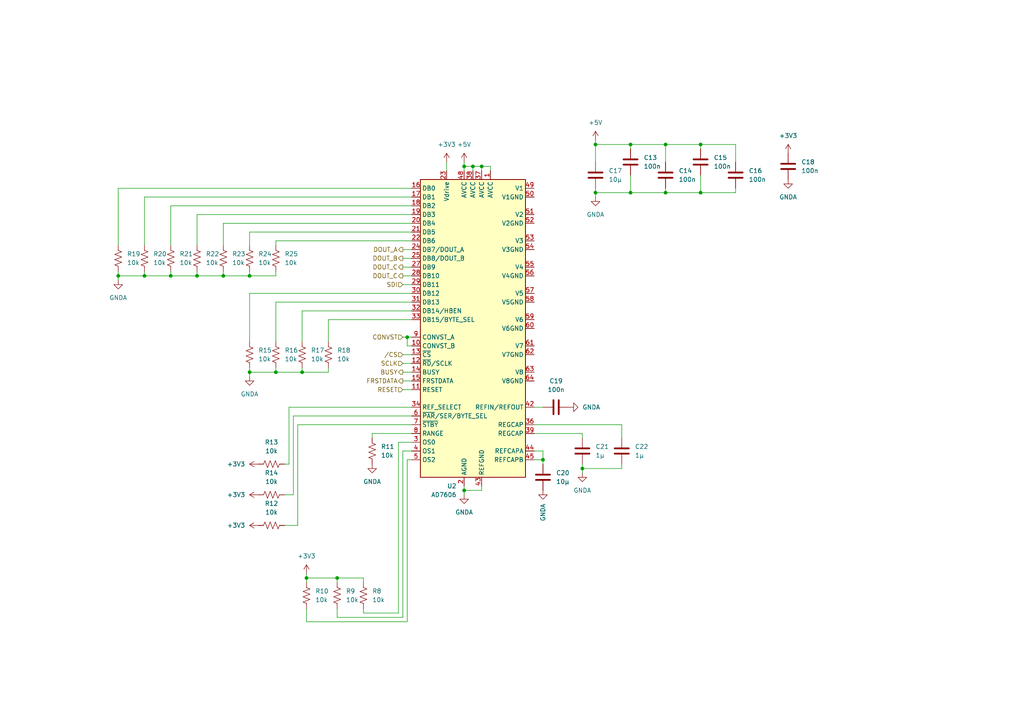
<source format=kicad_sch>
(kicad_sch (version 20230121) (generator eeschema)
  (paper "A4")
  (lib_symbols
    (symbol "Analog_ADC:AD7606"
      (property "Reference" "U" (at -15.24 44.45 0))
      (property "Value" "AD7606" (at 8.89 44.45 0))
      (symbol "AD7606_1_1"
        (rectangle (start -15.24 43.18) (end 15.24 -43.18) (stroke (width 0.254)) (fill (type background)))
        (pin power_in line (at -5.08 45.72 270) (length 2.54) (name "AVCC") (number "1"))
        (pin input line (at 17.78 -5.08 180) (length 2.54) (name "CONVST_B") (number "10"))
        (pin input line (at 17.78 -17.78 180) (length 2.54) (name "RESET") (number "11"))
        (pin input line (at 17.78 -10.16 180) (length 2.54) (name "~{RD}/SCLK") (number "12"))
        (pin input line (at 17.78 -7.62 180) (length 2.54) (name "~{CS}") (number "13"))
        (pin output line (at 17.78 -12.7 180) (length 2.54) (name "BUSY") (number "14"))
        (pin output line (at 17.78 -15.24 180) (length 2.54) (name "FRSTDATA") (number "15"))
        (pin output line (at 17.78 40.64 180) (length 2.54) (name "DB0") (number "16"))
        (pin output line (at 17.78 38.1 180) (length 2.54) (name "DB1") (number "17"))
        (pin output line (at 17.78 35.56 180) (length 2.54) (name "DB2") (number "18"))
        (pin output line (at 17.78 33.02 180) (length 2.54) (name "DB3") (number "19"))
        (pin power_in line (at 2.54 -45.72 90) (length 2.54) (name "AGND") (number "2"))
        (pin output line (at 17.78 30.48 180) (length 2.54) (name "DB4") (number "20"))
        (pin output line (at 17.78 27.94 180) (length 2.54) (name "DB5") (number "21"))
        (pin output line (at 17.78 25.4 180) (length 2.54) (name "DB6") (number "22"))
        (pin power_in line (at 7.62 45.72 270) (length 2.54) (name "Vdrive") (number "23"))
        (pin output line (at 17.78 22.86 180) (length 2.54) (name "DB7/DOUT_A") (number "24"))
        (pin output line (at 17.78 20.32 180) (length 2.54) (name "DB8/DOUT_B") (number "25"))
        (pin passive line (at 2.54 -45.72 90) (length 2.54) hide (name "AGND") (number "26"))
        (pin output line (at 17.78 17.78 180) (length 2.54) (name "DB9") (number "27"))
        (pin output line (at 17.78 15.24 180) (length 2.54) (name "DB10") (number "28"))
        (pin output line (at 17.78 12.7 180) (length 2.54) (name "DB11") (number "29"))
        (pin input line (at 17.78 -33.02 180) (length 2.54) (name "OS0") (number "3"))
        (pin output line (at 17.78 10.16 180) (length 2.54) (name "DB12") (number "30"))
        (pin output line (at 17.78 7.62 180) (length 2.54) (name "DB13") (number "31"))
        (pin bidirectional line (at 17.78 5.08 180) (length 2.54) (name "DB14/HBEN") (number "32"))
        (pin bidirectional line (at 17.78 2.54 180) (length 2.54) (name "DB15/BYTE_SEL") (number "33"))
        (pin input line (at 17.78 -22.86 180) (length 2.54) (name "REF_SELECT") (number "34"))
        (pin passive line (at 2.54 -45.72 90) (length 2.54) hide (name "AGND") (number "35"))
        (pin passive line (at -17.78 -27.94 0) (length 2.54) (name "REGCAP") (number "36"))
        (pin power_in line (at -2.54 45.72 270) (length 2.54) (name "AVCC") (number "37"))
        (pin power_in line (at 0 45.72 270) (length 2.54) (name "AVCC") (number "38"))
        (pin passive line (at -17.78 -30.48 0) (length 2.54) (name "REGCAP") (number "39"))
        (pin input line (at 17.78 -35.56 180) (length 2.54) (name "OS1") (number "4"))
        (pin passive line (at 2.54 -45.72 90) (length 2.54) hide (name "AGND") (number "40"))
        (pin passive line (at 2.54 -45.72 90) (length 2.54) hide (name "AGND") (number "41"))
        (pin passive line (at -17.78 -22.86 0) (length 2.54) (name "REFIN/REFOUT") (number "42"))
        (pin power_in line (at -2.54 -45.72 90) (length 2.54) (name "REFGND") (number "43"))
        (pin passive line (at -17.78 -35.56 0) (length 2.54) (name "REFCAPA") (number "44"))
        (pin passive line (at -17.78 -38.1 0) (length 2.54) (name "REFCAPB") (number "45"))
        (pin passive line (at -2.54 -45.72 90) (length 2.54) hide (name "REFGND") (number "46"))
        (pin passive line (at 2.54 -45.72 90) (length 2.54) hide (name "AGND") (number "47"))
        (pin power_in line (at 2.54 45.72 270) (length 2.54) (name "AVCC") (number "48"))
        (pin input line (at -17.78 40.64 0) (length 2.54) (name "V1") (number "49"))
        (pin input line (at 17.78 -38.1 180) (length 2.54) (name "OS2") (number "5"))
        (pin input line (at -17.78 38.1 0) (length 2.54) (name "V1GND") (number "50"))
        (pin input line (at -17.78 33.02 0) (length 2.54) (name "V2") (number "51"))
        (pin input line (at -17.78 30.48 0) (length 2.54) (name "V2GND") (number "52"))
        (pin input line (at -17.78 25.4 0) (length 2.54) (name "V3") (number "53"))
        (pin input line (at -17.78 22.86 0) (length 2.54) (name "V3GND") (number "54"))
        (pin input line (at -17.78 17.78 0) (length 2.54) (name "V4") (number "55"))
        (pin input line (at -17.78 15.24 0) (length 2.54) (name "V4GND") (number "56"))
        (pin input line (at -17.78 10.16 0) (length 2.54) (name "V5") (number "57"))
        (pin input line (at -17.78 7.62 0) (length 2.54) (name "V5GND") (number "58"))
        (pin input line (at -17.78 2.54 0) (length 2.54) (name "V6") (number "59"))
        (pin input line (at 17.78 -25.4 180) (length 2.54) (name "~{PAR}/SER/BYTE_SEL") (number "6"))
        (pin input line (at -17.78 0 0) (length 2.54) (name "V6GND") (number "60"))
        (pin input line (at -17.78 -5.08 0) (length 2.54) (name "V7") (number "61"))
        (pin input line (at -17.78 -7.62 0) (length 2.54) (name "V7GND") (number "62"))
        (pin input line (at -17.78 -12.7 0) (length 2.54) (name "V8") (number "63"))
        (pin input line (at -17.78 -15.24 0) (length 2.54) (name "V8GND") (number "64"))
        (pin input line (at 17.78 -27.94 180) (length 2.54) (name "~{STBY}") (number "7"))
        (pin input line (at 17.78 -30.48 180) (length 2.54) (name "RANGE") (number "8"))
        (pin input line (at 17.78 -2.54 180) (length 2.54) (name "CONVST_A") (number "9"))
      )
    )
    (symbol "Device:C" (pin_numbers hide) (pin_names (offset 0.254))
      (property "Reference" "C" (at 0.635 2.54 0))
      (property "Value" "C" (at 0.635 -2.54 0))
      (symbol "C_0_1"
        (polyline (pts (xy -2.032 -0.762) (xy 2.032 -0.762)) (stroke (width 0.508)))
        (polyline (pts (xy -2.032 0.762) (xy 2.032 0.762)) (stroke (width 0.508)))
      )
      (symbol "C_1_1"
        (pin passive line (at 0 3.81 270) (length 2.794) (name "~") (number "1"))
        (pin passive line (at 0 -3.81 90) (length 2.794) (name "~") (number "2"))
      )
    )
    (symbol "Device:R_US" (pin_numbers hide) (pin_names (offset 0))
      (property "Reference" "R" (at 2.54 0 90))
      (property "Value" "R_US" (at -2.54 0 90))
      (symbol "R_US_0_1"
        (polyline (pts (xy 0 -2.286) (xy 0 -2.54)))
        (polyline (pts (xy 0 2.286) (xy 0 2.54)))
        (polyline (pts (xy 0 -0.762) (xy 1.016 -1.143) (xy 0 -1.524) (xy -1.016 -1.905) (xy 0 -2.286)))
        (polyline (pts (xy 0 0.762) (xy 1.016 0.381) (xy 0 0) (xy -1.016 -0.381) (xy 0 -0.762)))
        (polyline (pts (xy 0 2.286) (xy 1.016 1.905) (xy 0 1.524) (xy -1.016 1.143) (xy 0 0.762)))
      )
      (symbol "R_US_1_1"
        (pin passive line (at 0 3.81 270) (length 1.27) (name "~") (number "1"))
        (pin passive line (at 0 -3.81 90) (length 1.27) (name "~") (number "2"))
      )
    )
    (symbol "power:+3V3" (power) (pin_names (offset 0))
      (property "Value" "+3V3" (at 0 3.556 0))
      (symbol "+3V3_0_1"
        (polyline (pts (xy -0.762 1.27) (xy 0 2.54)))
        (polyline (pts (xy 0 0) (xy 0 2.54)))
        (polyline (pts (xy 0 2.54) (xy 0.762 1.27)))
      )
      (symbol "+3V3_1_1"
        (pin power_in line (at 0 0 90) (length 0) hide (name "+3V3") (number "1"))
      )
    )
    (symbol "power:+5V" (power) (pin_names (offset 0))
      (property "Value" "+5V" (at 0 3.556 0))
      (symbol "+5V_0_1"
        (polyline (pts (xy -0.762 1.27) (xy 0 2.54)))
        (polyline (pts (xy 0 0) (xy 0 2.54)))
        (polyline (pts (xy 0 2.54) (xy 0.762 1.27)))
      )
      (symbol "+5V_1_1"
        (pin power_in line (at 0 0 90) (length 0) hide (name "+5V") (number "1"))
      )
    )
    (symbol "power:GNDA" (power) (pin_names (offset 0))
      (property "Value" "GNDA" (at 0 -3.81 0))
      (symbol "GNDA_0_1"
        (polyline (pts (xy 0 0) (xy 0 -1.27) (xy 1.27 -1.27) (xy 0 -2.54) (xy -1.27 -1.27) (xy 0 -1.27)))
      )
      (symbol "GNDA_1_1"
        (pin power_in line (at 0 0 270) (length 0) hide (name "GNDA") (number "1"))
      )
    )
  )
  (junction (at 72.39 80.01))
  (junction (at 182.88 41.91))
  (junction (at 172.72 41.91))
  (junction (at 118.11 97.79))
  (junction (at 182.88 55.88))
  (junction (at 88.9 167.64))
  (junction (at 203.2 41.91))
  (junction (at 64.77 80.01))
  (junction (at 57.15 80.01))
  (junction (at 97.79 167.64))
  (junction (at 34.29 80.01))
  (junction (at 137.16 48.26))
  (junction (at 134.62 48.26))
  (junction (at 193.04 55.88))
  (junction (at 193.04 41.91))
  (junction (at 139.7 48.26))
  (junction (at 203.2 55.88))
  (junction (at 72.39 107.95))
  (junction (at 49.53 80.01))
  (junction (at 168.91 135.89))
  (junction (at 80.01 107.95))
  (junction (at 134.62 142.24))
  (junction (at 41.91 80.01))
  (junction (at 157.48 133.35))
  (junction (at 172.72 55.88))
  (junction (at 87.63 107.95))
  (wire (pts (xy 172.72 55.88) (xy 182.88 55.88)))
  (wire (pts (xy 49.53 71.12) (xy 49.53 59.69)))
  (wire (pts (xy 119.38 57.15) (xy 41.91 57.15)))
  (wire (pts (xy 72.39 85.09) (xy 72.39 99.06)))
  (wire (pts (xy 87.63 90.17) (xy 87.63 99.06)))
  (wire (pts (xy 80.01 69.85) (xy 119.38 69.85)))
  (wire (pts (xy 180.34 123.19) (xy 154.94 123.19)))
  (wire (pts (xy 172.72 55.88) (xy 172.72 57.15)))
  (wire (pts (xy 213.36 46.99) (xy 213.36 41.91)))
  (wire (pts (xy 72.39 80.01) (xy 64.77 80.01)))
  (wire (pts (xy 193.04 54.61) (xy 193.04 55.88)))
  (wire (pts (xy 168.91 127) (xy 168.91 125.73)))
  (wire (pts (xy 80.01 107.95) (xy 87.63 107.95)))
  (wire (pts (xy 88.9 180.34) (xy 88.9 176.53)))
  (wire (pts (xy 72.39 78.74) (xy 72.39 80.01)))
  (wire (pts (xy 95.25 107.95) (xy 95.25 106.68)))
  (wire (pts (xy 172.72 54.61) (xy 172.72 55.88)))
  (wire (pts (xy 80.01 78.74) (xy 80.01 80.01)))
  (wire (pts (xy 80.01 80.01) (xy 72.39 80.01)))
  (wire (pts (xy 116.84 179.07) (xy 97.79 179.07)))
  (wire (pts (xy 115.57 128.27) (xy 115.57 177.8)))
  (wire (pts (xy 172.72 40.64) (xy 172.72 41.91)))
  (wire (pts (xy 116.84 130.81) (xy 116.84 179.07)))
  (wire (pts (xy 34.29 78.74) (xy 34.29 80.01)))
  (wire (pts (xy 72.39 107.95) (xy 80.01 107.95)))
  (wire (pts (xy 182.88 41.91) (xy 193.04 41.91)))
  (wire (pts (xy 182.88 41.91) (xy 182.88 43.18)))
  (wire (pts (xy 119.38 90.17) (xy 87.63 90.17)))
  (wire (pts (xy 203.2 50.8) (xy 203.2 55.88)))
  (wire (pts (xy 72.39 109.22) (xy 72.39 107.95)))
  (wire (pts (xy 119.38 128.27) (xy 115.57 128.27)))
  (wire (pts (xy 34.29 71.12) (xy 34.29 54.61)))
  (wire (pts (xy 119.38 85.09) (xy 72.39 85.09)))
  (wire (pts (xy 157.48 134.62) (xy 157.48 133.35)))
  (wire (pts (xy 107.95 125.73) (xy 119.38 125.73)))
  (wire (pts (xy 172.72 41.91) (xy 182.88 41.91)))
  (wire (pts (xy 72.39 67.31) (xy 72.39 71.12)))
  (wire (pts (xy 97.79 167.64) (xy 88.9 167.64)))
  (wire (pts (xy 116.84 97.79) (xy 118.11 97.79)))
  (wire (pts (xy 139.7 48.26) (xy 137.16 48.26)))
  (wire (pts (xy 182.88 50.8) (xy 182.88 55.88)))
  (wire (pts (xy 157.48 118.11) (xy 154.94 118.11)))
  (wire (pts (xy 80.01 87.63) (xy 119.38 87.63)))
  (wire (pts (xy 34.29 80.01) (xy 41.91 80.01)))
  (wire (pts (xy 118.11 97.79) (xy 119.38 97.79)))
  (wire (pts (xy 168.91 135.89) (xy 168.91 134.62)))
  (wire (pts (xy 119.38 62.23) (xy 57.15 62.23)))
  (wire (pts (xy 134.62 48.26) (xy 134.62 49.53)))
  (wire (pts (xy 86.36 123.19) (xy 119.38 123.19)))
  (wire (pts (xy 134.62 140.97) (xy 134.62 142.24)))
  (wire (pts (xy 116.84 74.93) (xy 119.38 74.93)))
  (wire (pts (xy 80.01 106.68) (xy 80.01 107.95)))
  (wire (pts (xy 116.84 80.01) (xy 119.38 80.01)))
  (wire (pts (xy 105.41 167.64) (xy 97.79 167.64)))
  (wire (pts (xy 119.38 133.35) (xy 118.11 133.35)))
  (wire (pts (xy 87.63 107.95) (xy 95.25 107.95)))
  (wire (pts (xy 116.84 77.47) (xy 119.38 77.47)))
  (wire (pts (xy 129.54 46.99) (xy 129.54 49.53)))
  (wire (pts (xy 88.9 166.37) (xy 88.9 167.64)))
  (wire (pts (xy 116.84 105.41) (xy 119.38 105.41)))
  (wire (pts (xy 72.39 106.68) (xy 72.39 107.95)))
  (wire (pts (xy 157.48 130.81) (xy 157.48 133.35)))
  (wire (pts (xy 49.53 59.69) (xy 119.38 59.69)))
  (wire (pts (xy 105.41 177.8) (xy 105.41 176.53)))
  (wire (pts (xy 107.95 125.73) (xy 107.95 127)))
  (wire (pts (xy 203.2 41.91) (xy 213.36 41.91)))
  (wire (pts (xy 142.24 48.26) (xy 139.7 48.26)))
  (wire (pts (xy 116.84 113.03) (xy 119.38 113.03)))
  (wire (pts (xy 97.79 167.64) (xy 97.79 168.91)))
  (wire (pts (xy 83.82 134.62) (xy 83.82 118.11)))
  (wire (pts (xy 172.72 41.91) (xy 172.72 46.99)))
  (wire (pts (xy 154.94 130.81) (xy 157.48 130.81)))
  (wire (pts (xy 64.77 80.01) (xy 57.15 80.01)))
  (wire (pts (xy 64.77 64.77) (xy 119.38 64.77)))
  (wire (pts (xy 213.36 54.61) (xy 213.36 55.88)))
  (wire (pts (xy 64.77 71.12) (xy 64.77 64.77)))
  (wire (pts (xy 41.91 78.74) (xy 41.91 80.01)))
  (wire (pts (xy 85.09 120.65) (xy 119.38 120.65)))
  (wire (pts (xy 154.94 125.73) (xy 168.91 125.73)))
  (wire (pts (xy 116.84 82.55) (xy 119.38 82.55)))
  (wire (pts (xy 82.55 143.51) (xy 85.09 143.51)))
  (wire (pts (xy 80.01 99.06) (xy 80.01 87.63)))
  (wire (pts (xy 41.91 57.15) (xy 41.91 71.12)))
  (wire (pts (xy 182.88 55.88) (xy 193.04 55.88)))
  (wire (pts (xy 134.62 46.99) (xy 134.62 48.26)))
  (wire (pts (xy 137.16 48.26) (xy 137.16 49.53)))
  (wire (pts (xy 64.77 78.74) (xy 64.77 80.01)))
  (wire (pts (xy 203.2 41.91) (xy 203.2 43.18)))
  (wire (pts (xy 83.82 118.11) (xy 119.38 118.11)))
  (wire (pts (xy 193.04 55.88) (xy 203.2 55.88)))
  (wire (pts (xy 119.38 130.81) (xy 116.84 130.81)))
  (wire (pts (xy 203.2 55.88) (xy 213.36 55.88)))
  (wire (pts (xy 105.41 168.91) (xy 105.41 167.64)))
  (wire (pts (xy 180.34 127) (xy 180.34 123.19)))
  (wire (pts (xy 34.29 54.61) (xy 119.38 54.61)))
  (wire (pts (xy 34.29 81.28) (xy 34.29 80.01)))
  (wire (pts (xy 95.25 92.71) (xy 119.38 92.71)))
  (wire (pts (xy 180.34 134.62) (xy 180.34 135.89)))
  (wire (pts (xy 88.9 167.64) (xy 88.9 168.91)))
  (wire (pts (xy 116.84 102.87) (xy 119.38 102.87)))
  (wire (pts (xy 41.91 80.01) (xy 49.53 80.01)))
  (wire (pts (xy 119.38 67.31) (xy 72.39 67.31)))
  (wire (pts (xy 85.09 143.51) (xy 85.09 120.65)))
  (wire (pts (xy 49.53 80.01) (xy 57.15 80.01)))
  (wire (pts (xy 134.62 142.24) (xy 134.62 143.51)))
  (wire (pts (xy 193.04 41.91) (xy 193.04 46.99)))
  (wire (pts (xy 119.38 100.33) (xy 118.11 100.33)))
  (wire (pts (xy 57.15 62.23) (xy 57.15 71.12)))
  (wire (pts (xy 49.53 78.74) (xy 49.53 80.01)))
  (wire (pts (xy 139.7 48.26) (xy 139.7 49.53)))
  (wire (pts (xy 83.82 134.62) (xy 82.55 134.62)))
  (wire (pts (xy 115.57 177.8) (xy 105.41 177.8)))
  (wire (pts (xy 87.63 106.68) (xy 87.63 107.95)))
  (wire (pts (xy 134.62 142.24) (xy 139.7 142.24)))
  (wire (pts (xy 157.48 133.35) (xy 154.94 133.35)))
  (wire (pts (xy 116.84 72.39) (xy 119.38 72.39)))
  (wire (pts (xy 116.84 107.95) (xy 119.38 107.95)))
  (wire (pts (xy 139.7 140.97) (xy 139.7 142.24)))
  (wire (pts (xy 137.16 48.26) (xy 134.62 48.26)))
  (wire (pts (xy 97.79 179.07) (xy 97.79 176.53)))
  (wire (pts (xy 116.84 110.49) (xy 119.38 110.49)))
  (wire (pts (xy 118.11 133.35) (xy 118.11 180.34)))
  (wire (pts (xy 180.34 135.89) (xy 168.91 135.89)))
  (wire (pts (xy 57.15 80.01) (xy 57.15 78.74)))
  (wire (pts (xy 82.55 152.4) (xy 86.36 152.4)))
  (wire (pts (xy 118.11 100.33) (xy 118.11 97.79)))
  (wire (pts (xy 86.36 152.4) (xy 86.36 123.19)))
  (wire (pts (xy 95.25 99.06) (xy 95.25 92.71)))
  (wire (pts (xy 118.11 180.34) (xy 88.9 180.34)))
  (wire (pts (xy 80.01 71.12) (xy 80.01 69.85)))
  (wire (pts (xy 193.04 41.91) (xy 203.2 41.91)))
  (wire (pts (xy 142.24 49.53) (xy 142.24 48.26)))
  (wire (pts (xy 168.91 137.16) (xy 168.91 135.89)))
  (hierarchical_label "DOUT_C" (shape output) (at 116.84 77.47 180))
  (hierarchical_label "DOUT_B" (shape output) (at 116.84 74.93 180))
  (hierarchical_label "CONVST" (shape input) (at 116.84 97.79 180))
  (hierarchical_label "RESET" (shape input) (at 116.84 113.03 180))
  (hierarchical_label "DOUT_C" (shape output) (at 116.84 80.01 180))
  (hierarchical_label "{slash}CS" (shape input) (at 116.84 102.87 180))
  (hierarchical_label "SDI" (shape input) (at 116.84 82.55 180))
  (hierarchical_label "DOUT_A" (shape output) (at 116.84 72.39 180))
  (hierarchical_label "FRSTDATA" (shape output) (at 116.84 110.49 180))
  (hierarchical_label "BUSY" (shape output) (at 116.84 107.95 180))
  (hierarchical_label "SCLK" (shape input) (at 116.84 105.41 180))
  (symbol (lib_id "Device:R_US") (at 105.41 172.72 0) (unit 1)
    (property "Reference" "R8" (at 107.95 171.45 0) (effects (justify left)))
    (property "Value" "10k" (at 107.95 173.99 0) (effects (justify left)))
    (property "Footprint" "Resistor_SMD:R_0603_1608Metric" (effects hide))
  )
  (symbol (lib_id "Device:R_US") (at 80.01 102.87 180) (unit 1)
    (property "Reference" "R16" (at 82.55 101.6 0) (effects (justify right)))
    (property "Value" "10k" (at 82.55 104.14 0) (effects (justify right)))
    (property "Footprint" "Resistor_SMD:R_0603_1608Metric" (effects hide))
  )
  (symbol (lib_id "Device:R_US") (at 78.74 152.4 270) (unit 1)
    (property "Reference" "R12" (at 78.74 146.05 90))
    (property "Value" "10k" (at 78.74 148.59 90))
    (property "Footprint" "Resistor_SMD:R_0603_1608Metric" (effects hide))
  )
  (symbol (lib_id "Device:C") (at 203.2 46.99 0) (unit 1)
    (property "Reference" "C15" (at 207.01 45.72 0) (effects (justify left)))
    (property "Value" "100n" (at 207.01 48.26 0) (effects (justify left)))
    (property "Footprint" "Capacitor_SMD:C_0603_1608Metric" (effects hide))
  )
  (symbol (lib_id "Device:R_US") (at 41.91 74.93 180) (unit 1)
    (property "Reference" "R20" (at 44.45 73.66 0) (effects (justify right)))
    (property "Value" "10k" (at 44.45 76.2 0) (effects (justify right)))
    (property "Footprint" "Resistor_SMD:R_0603_1608Metric" (effects hide))
  )
  (symbol (lib_id "Device:R_US") (at 72.39 74.93 180) (unit 1)
    (property "Reference" "R24" (at 74.93 73.66 0) (effects (justify right)))
    (property "Value" "10k" (at 74.93 76.2 0) (effects (justify right)))
    (property "Footprint" "Resistor_SMD:R_0603_1608Metric" (effects hide))
  )
  (symbol (lib_id "Device:R_US") (at 34.29 74.93 180) (unit 1)
    (property "Reference" "R19" (at 36.83 73.66 0) (effects (justify right)))
    (property "Value" "10k" (at 36.83 76.2 0) (effects (justify right)))
    (property "Footprint" "Resistor_SMD:R_0603_1608Metric" (effects hide))
  )
  (symbol (lib_id "Device:R_US") (at 72.39 102.87 180) (unit 1)
    (property "Reference" "R15" (at 74.93 101.6 0) (effects (justify right)))
    (property "Value" "10k" (at 74.93 104.14 0) (effects (justify right)))
    (property "Footprint" "Resistor_SMD:R_0603_1608Metric" (effects hide))
  )
  (symbol (lib_id "Device:C") (at 157.48 138.43 180) (unit 1)
    (property "Reference" "C20" (at 161.29 137.16 0) (effects (justify right)))
    (property "Value" "10μ" (at 161.29 139.7 0) (effects (justify right)))
    (property "Footprint" "Capacitor_SMD:C_0603_1608Metric" (effects hide))
  )
  (symbol (lib_id "power:GNDA") (at 34.29 81.28 0) (unit 1)
    (property "Reference" "#PWR035" (effects hide))
    (property "Value" "GNDA" (at 34.29 86.36 0))
  )
  (symbol (lib_id "Analog_ADC:AD7606") (at 137.16 95.25 0) (mirror y) (unit 1)
    (property "Reference" "U2" (at 132.4259 140.97 0) (effects (justify left)))
    (property "Value" "AD7606" (at 132.4259 143.51 0) (effects (justify left)))
    (property "Footprint" "Package_QFP:LQFP-64_10x10mm_P0.5mm" (effects hide))
    (property "Datasheet" "https://www.analog.com/media/en/technical-documentation/data-sheets/ad7606_7606-6_7606-4.pdf" (effects hide))
  )
  (symbol (lib_id "Device:C") (at 161.29 118.11 90) (unit 1)
    (property "Reference" "C19" (at 161.29 110.49 90))
    (property "Value" "100n" (at 161.29 113.03 90))
    (property "Footprint" "Capacitor_SMD:C_0603_1608Metric" (effects hide))
  )
  (symbol (lib_id "Device:C") (at 228.6 48.26 0) (unit 1)
    (property "Reference" "C18" (at 232.41 46.99 0) (effects (justify left)))
    (property "Value" "100n" (at 232.41 49.53 0) (effects (justify left)))
    (property "Footprint" "Capacitor_SMD:C_0603_1608Metric" (effects hide))
  )
  (symbol (lib_id "Device:R_US") (at 95.25 102.87 180) (unit 1)
    (property "Reference" "R18" (at 97.79 101.6 0) (effects (justify right)))
    (property "Value" "10k" (at 97.79 104.14 0) (effects (justify right)))
    (property "Footprint" "Resistor_SMD:R_0603_1608Metric" (effects hide))
  )
  (symbol (lib_id "power:+5V") (at 172.72 40.64 0) (unit 1)
    (property "Reference" "#PWR019" (effects hide))
    (property "Value" "+5V" (at 172.72 35.56 0))
  )
  (symbol (lib_id "power:GNDA") (at 157.48 142.24 0) (unit 1)
    (property "Reference" "#PWR022" (effects hide))
    (property "Value" "GNDA" (at 157.48 146.05 90) (effects (justify right)))
  )
  (symbol (lib_id "Device:R_US") (at 78.74 134.62 270) (unit 1)
    (property "Reference" "R13" (at 78.74 128.27 90))
    (property "Value" "10k" (at 78.74 130.81 90))
    (property "Footprint" "Resistor_SMD:R_0603_1608Metric" (effects hide))
  )
  (symbol (lib_id "power:+3V3") (at 74.93 143.51 90) (unit 1)
    (property "Reference" "#PWR033" (effects hide))
    (property "Value" "+3V3" (at 71.12 143.51 90) (effects (justify left)))
  )
  (symbol (lib_id "power:GNDA") (at 107.95 134.62 0) (unit 1)
    (property "Reference" "#PWR030" (effects hide))
    (property "Value" "GNDA" (at 107.95 139.7 0))
  )
  (symbol (lib_id "Device:C") (at 182.88 46.99 0) (unit 1)
    (property "Reference" "C13" (at 186.69 45.72 0) (effects (justify left)))
    (property "Value" "100n" (at 186.69 48.26 0) (effects (justify left)))
    (property "Footprint" "Capacitor_SMD:C_0603_1608Metric" (effects hide))
  )
  (symbol (lib_id "power:+3V3") (at 74.93 152.4 90) (unit 1)
    (property "Reference" "#PWR031" (effects hide))
    (property "Value" "+3V3" (at 71.12 152.4 90) (effects (justify left)))
  )
  (symbol (lib_id "Device:C") (at 168.91 130.81 180) (unit 1)
    (property "Reference" "C21" (at 172.72 129.54 0) (effects (justify right)))
    (property "Value" "1μ" (at 172.72 132.08 0) (effects (justify right)))
    (property "Footprint" "Capacitor_SMD:C_0603_1608Metric" (effects hide))
  )
  (symbol (lib_id "Device:R_US") (at 107.95 130.81 180) (unit 1)
    (property "Reference" "R11" (at 110.49 129.54 0) (effects (justify right)))
    (property "Value" "10k" (at 110.49 132.08 0) (effects (justify right)))
    (property "Footprint" "Resistor_SMD:R_0603_1608Metric" (effects hide))
  )
  (symbol (lib_id "power:GNDA") (at 168.91 137.16 0) (unit 1)
    (property "Reference" "#PWR028" (effects hide))
    (property "Value" "GNDA" (at 168.91 142.24 0))
  )
  (symbol (lib_id "Device:C") (at 193.04 50.8 0) (unit 1)
    (property "Reference" "C14" (at 196.85 49.53 0) (effects (justify left)))
    (property "Value" "100n" (at 196.85 52.07 0) (effects (justify left)))
    (property "Footprint" "Capacitor_SMD:C_0603_1608Metric" (effects hide))
  )
  (symbol (lib_id "power:GNDA") (at 172.72 57.15 0) (unit 1)
    (property "Reference" "#PWR020" (effects hide))
    (property "Value" "GNDA" (at 172.72 62.23 0))
  )
  (symbol (lib_id "power:GNDA") (at 134.62 143.51 0) (unit 1)
    (property "Reference" "#PWR027" (effects hide))
    (property "Value" "GNDA" (at 134.62 148.59 0))
  )
  (symbol (lib_id "Device:R_US") (at 78.74 143.51 90) (unit 1)
    (property "Reference" "R14" (at 78.74 137.16 90))
    (property "Value" "10k" (at 78.74 139.7 90))
    (property "Footprint" "Resistor_SMD:R_0603_1608Metric" (effects hide))
  )
  (symbol (lib_id "Device:C") (at 213.36 50.8 0) (unit 1)
    (property "Reference" "C16" (at 217.17 49.53 0) (effects (justify left)))
    (property "Value" "100n" (at 217.17 52.07 0) (effects (justify left)))
    (property "Footprint" "Capacitor_SMD:C_0603_1608Metric" (effects hide))
  )
  (symbol (lib_id "power:+3V3") (at 228.6 44.45 0) (unit 1)
    (property "Reference" "#PWR024" (effects hide))
    (property "Value" "+3V3" (at 228.6 39.37 0))
  )
  (symbol (lib_id "Device:R_US") (at 97.79 172.72 0) (unit 1)
    (property "Reference" "R9" (at 100.33 171.45 0) (effects (justify left)))
    (property "Value" "10k" (at 100.33 173.99 0) (effects (justify left)))
    (property "Footprint" "Resistor_SMD:R_0603_1608Metric" (effects hide))
  )
  (symbol (lib_id "power:+3V3") (at 129.54 46.99 0) (unit 1)
    (property "Reference" "#PWR026" (effects hide))
    (property "Value" "+3V3" (at 129.54 41.91 0))
  )
  (symbol (lib_id "Device:R_US") (at 64.77 74.93 180) (unit 1)
    (property "Reference" "R23" (at 67.31 73.66 0) (effects (justify right)))
    (property "Value" "10k" (at 67.31 76.2 0) (effects (justify right)))
    (property "Footprint" "Resistor_SMD:R_0603_1608Metric" (effects hide))
  )
  (symbol (lib_id "Device:R_US") (at 88.9 172.72 0) (unit 1)
    (property "Reference" "R10" (at 91.44 171.45 0) (effects (justify left)))
    (property "Value" "10k" (at 91.44 173.99 0) (effects (justify left)))
    (property "Footprint" "Resistor_SMD:R_0603_1608Metric" (effects hide))
  )
  (symbol (lib_id "power:GNDA") (at 165.1 118.11 90) (unit 1)
    (property "Reference" "#PWR021" (effects hide))
    (property "Value" "GNDA" (at 168.91 118.11 90) (effects (justify right)))
  )
  (symbol (lib_id "Device:C") (at 172.72 50.8 0) (unit 1)
    (property "Reference" "C17" (at 176.53 49.53 0) (effects (justify left)))
    (property "Value" "10μ" (at 176.53 52.07 0) (effects (justify left)))
    (property "Footprint" "Capacitor_SMD:C_0603_1608Metric" (effects hide))
  )
  (symbol (lib_id "power:GNDA") (at 72.39 109.22 0) (unit 1)
    (property "Reference" "#PWR034" (effects hide))
    (property "Value" "GNDA" (at 72.39 114.3 0))
  )
  (symbol (lib_id "Device:R_US") (at 80.01 74.93 180) (unit 1)
    (property "Reference" "R25" (at 82.55 73.66 0) (effects (justify right)))
    (property "Value" "10k" (at 82.55 76.2 0) (effects (justify right)))
    (property "Footprint" "Resistor_SMD:R_0603_1608Metric" (effects hide))
  )
  (symbol (lib_id "Device:C") (at 180.34 130.81 180) (unit 1)
    (property "Reference" "C22" (at 184.15 129.54 0) (effects (justify right)))
    (property "Value" "1μ" (at 184.15 132.08 0) (effects (justify right)))
    (property "Footprint" "Capacitor_SMD:C_0603_1608Metric" (effects hide))
  )
  (symbol (lib_id "power:+3V3") (at 88.9 166.37 0) (unit 1)
    (property "Reference" "#PWR029" (effects hide))
    (property "Value" "+3V3" (at 88.9 161.29 0))
  )
  (symbol (lib_id "Device:R_US") (at 49.53 74.93 180) (unit 1)
    (property "Reference" "R21" (at 52.07 73.66 0) (effects (justify right)))
    (property "Value" "10k" (at 52.07 76.2 0) (effects (justify right)))
    (property "Footprint" "Resistor_SMD:R_0603_1608Metric" (effects hide))
  )
  (symbol (lib_id "power:GNDA") (at 228.6 52.07 0) (unit 1)
    (property "Reference" "#PWR023" (effects hide))
    (property "Value" "GNDA" (at 228.6 57.15 0))
  )
  (symbol (lib_id "power:+3V3") (at 74.93 134.62 90) (unit 1)
    (property "Reference" "#PWR032" (effects hide))
    (property "Value" "+3V3" (at 71.12 134.62 90) (effects (justify left)))
  )
  (symbol (lib_id "Device:R_US") (at 87.63 102.87 180) (unit 1)
    (property "Reference" "R17" (at 90.17 101.6 0) (effects (justify right)))
    (property "Value" "10k" (at 90.17 104.14 0) (effects (justify right)))
    (property "Footprint" "Resistor_SMD:R_0603_1608Metric" (effects hide))
  )
  (symbol (lib_id "power:+5V") (at 134.62 46.99 0) (unit 1)
    (property "Reference" "#PWR025" (effects hide))
    (property "Value" "+5V" (at 134.62 41.91 0))
  )
  (symbol (lib_id "Device:R_US") (at 57.15 74.93 180) (unit 1)
    (property "Reference" "R22" (at 59.69 73.66 0) (effects (justify right)))
    (property "Value" "10k" (at 59.69 76.2 0) (effects (justify right)))
    (property "Footprint" "Resistor_SMD:R_0603_1608Metric" (effects hide))
  )
)
</source>
